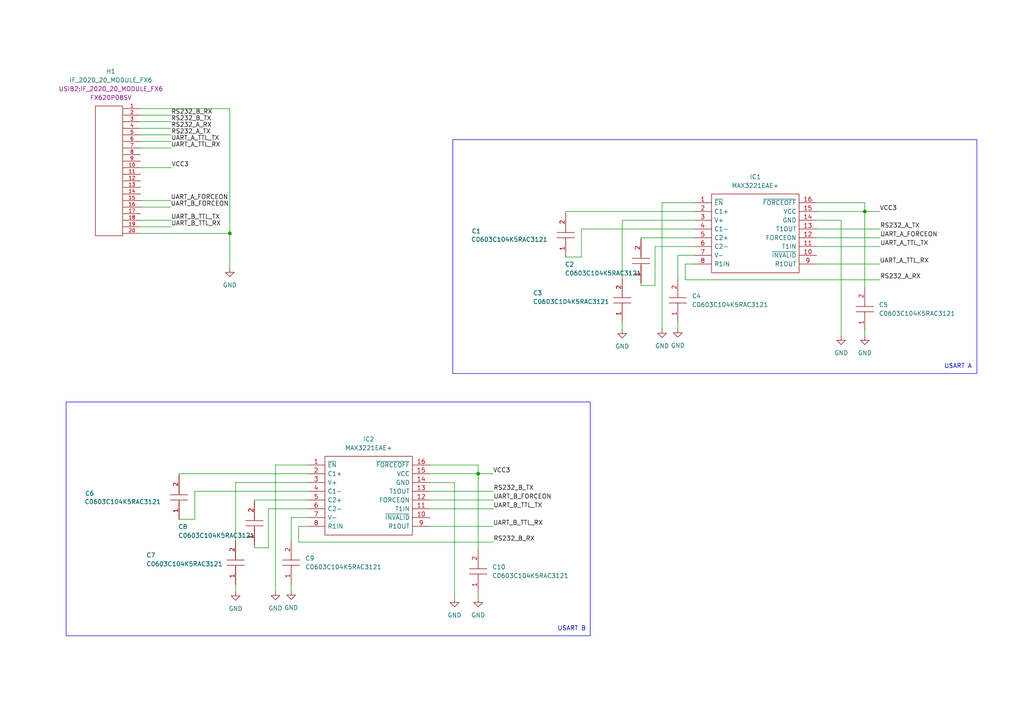
<source format=kicad_sch>
(kicad_sch (version 20230121) (generator eeschema)
  (paper "A4")
  (lib_symbols
    (symbol "SamacSys_Parts:C0603C104K5RAC3121" (pin_names (offset 0.762))
      (property "Reference" "C" (at 8.89 6.35 0))
      (property "Value" "C0603C104K5RAC3121" (at 8.89 3.81 0))
      (symbol "C0603C104K5RAC3121_0_0"
        (pin passive line (at 0 0 0) (length 5.08) (name "~") (number "1"))
        (pin passive line (at 12.7 0 180) (length 5.08) (name "~") (number "2"))
      )
      (symbol "C0603C104K5RAC3121_0_1"
        (polyline (pts (xy 5.08 0) (xy 5.588 0)) (stroke (width 0.1524)))
        (polyline (pts (xy 5.588 2.54) (xy 5.588 -2.54)) (stroke (width 0.1524)))
        (polyline (pts (xy 7.112 0) (xy 7.62 0)) (stroke (width 0.1524)))
        (polyline (pts (xy 7.112 2.54) (xy 7.112 -2.54)) (stroke (width 0.1524)))
      )
    )
    (symbol "SamacSys_Parts:MAX3221EAE+" (pin_names (offset 0.762))
      (property "Reference" "IC" (at 31.75 7.62 0))
      (property "Value" "MAX3221EAE+" (at 31.75 5.08 0))
      (symbol "MAX3221EAE+_0_0"
        (pin passive line (at 0 0 0) (length 5.08) (name "~{EN}") (number "1"))
        (pin passive line (at 35.56 -15.24 180) (length 5.08) (name "~{INVALID}") (number "10"))
        (pin passive line (at 35.56 -12.7 180) (length 5.08) (name "T1IN") (number "11"))
        (pin passive line (at 35.56 -10.16 180) (length 5.08) (name "FORCEON") (number "12"))
        (pin passive line (at 35.56 -7.62 180) (length 5.08) (name "T1OUT") (number "13"))
        (pin passive line (at 35.56 -5.08 180) (length 5.08) (name "GND") (number "14"))
        (pin passive line (at 35.56 -2.54 180) (length 5.08) (name "VCC") (number "15"))
        (pin passive line (at 35.56 0 180) (length 5.08) (name "~{FORCEOFF}") (number "16"))
        (pin passive line (at 0 -2.54 0) (length 5.08) (name "C1+") (number "2"))
        (pin passive line (at 0 -5.08 0) (length 5.08) (name "V+") (number "3"))
        (pin passive line (at 0 -7.62 0) (length 5.08) (name "C1-") (number "4"))
        (pin passive line (at 0 -10.16 0) (length 5.08) (name "C2+") (number "5"))
        (pin passive line (at 0 -12.7 0) (length 5.08) (name "C2-") (number "6"))
        (pin passive line (at 0 -15.24 0) (length 5.08) (name "V-") (number "7"))
        (pin passive line (at 0 -17.78 0) (length 5.08) (name "R1IN") (number "8"))
        (pin passive line (at 35.56 -17.78 180) (length 5.08) (name "R1OUT") (number "9"))
      )
      (symbol "MAX3221EAE+_0_1"
        (polyline (pts (xy 5.08 2.54) (xy 30.48 2.54) (xy 30.48 -20.32) (xy 5.08 -20.32) (xy 5.08 2.54)) (stroke (width 0.1524)))
      )
    )
    (symbol "USIB2:IF_2020_20_MODULE_FX6"
      (property "Reference" "H" (at -20.5232 -7.2644 0))
      (property "Value" "IF_2020_20_MODULE_FX6" (at -9.144 -9.8552 0))
      (property "Footprint" "USIB2:IF_2020_20_MODULE_FX6" (at -6.096 -15.113 0))
      (property "Connector" "FX620P08SV" (at -15.113 -17.272 0))
      (symbol "IF_2020_20_MODULE_FX6_0_1"
        (rectangle (start -18.796 0) (end 18.8468 -7.9248))
      )
      (symbol "IF_2020_20_MODULE_FX6_1_1"
        (pin passive line (at -18.034 5.1816 270) (length 5) (name "") (number "1"))
        (pin passive line (at -0.889 5.1816 270) (length 5) (name "") (number "10"))
        (pin passive line (at 1.016 5.1816 270) (length 5) (name "") (number "11"))
        (pin passive line (at 2.921 5.1816 270) (length 5) (name "") (number "12"))
        (pin passive line (at 4.826 5.1816 270) (length 5) (name "") (number "13"))
        (pin passive line (at 6.731 5.1816 270) (length 5) (name "") (number "14"))
        (pin passive line (at 8.636 5.1816 270) (length 5) (name "") (number "15"))
        (pin passive line (at 10.541 5.1816 270) (length 5) (name "") (number "16"))
        (pin passive line (at 12.446 5.1816 270) (length 5) (name "") (number "17"))
        (pin passive line (at 14.351 5.1816 270) (length 5) (name "") (number "18"))
        (pin passive line (at 16.256 5.1816 270) (length 5) (name "") (number "19"))
        (pin passive line (at -16.129 5.1816 270) (length 5) (name "") (number "2"))
        (pin passive line (at 18.161 5.1816 270) (length 5) (name "") (number "20"))
        (pin passive line (at -14.224 5.1816 270) (length 5) (name "") (number "3"))
        (pin passive line (at -12.319 5.1816 270) (length 5) (name "") (number "4"))
        (pin passive line (at -10.414 5.1816 270) (length 5) (name "") (number "5"))
        (pin passive line (at -8.509 5.1816 270) (length 5) (name "") (number "6"))
        (pin passive line (at -6.604 5.1816 270) (length 5) (name "") (number "7"))
        (pin passive line (at -4.699 5.1816 270) (length 5) (name "") (number "8"))
        (pin passive line (at -2.794 5.1816 270) (length 5) (name "") (number "9"))
      )
    )
    (symbol "power:GND" (power) (pin_names (offset 0))
      (property "Value" "GND" (at 0 -3.81 0))
      (symbol "GND_0_1"
        (polyline (pts (xy 0 0) (xy 0 -1.27) (xy 1.27 -1.27) (xy 0 -2.54) (xy -1.27 -1.27) (xy 0 -1.27)))
      )
      (symbol "GND_1_1"
        (pin power_in line (at 0 0 270) (length 0) hide (name "GND") (number "1"))
      )
    )
  )
  (junction (at 138.684 137.414))
  (junction (at 250.825 61.341))
  (junction (at 66.6496 67.691))
  (wire (pts (xy 138.684 134.874) (xy 138.684 137.414)))
  (wire (pts (xy 131.826 139.954) (xy 131.826 173.482)))
  (wire (pts (xy 51.943 150.622) (xy 56.515 150.622)))
  (wire (pts (xy 40.767 41.021) (xy 49.6316 41.021)))
  (wire (pts (xy 124.714 145.034) (xy 143.129 145.034)))
  (wire (pts (xy 68.326 139.954) (xy 89.154 139.954)))
  (wire (pts (xy 40.767 60.071) (xy 49.53 60.071)))
  (wire (pts (xy 124.714 139.954) (xy 131.826 139.954)))
  (wire (pts (xy 168.656 74.549) (xy 168.656 66.421)))
  (wire (pts (xy 201.295 68.961) (xy 185.928 68.961)))
  (wire (pts (xy 79.883 134.874) (xy 79.883 171.45)))
  (wire (pts (xy 138.684 137.414) (xy 143.002 137.414)))
  (wire (pts (xy 124.714 137.414) (xy 138.684 137.414)))
  (wire (pts (xy 40.767 58.166) (xy 49.53 58.166)))
  (wire (pts (xy 89.154 152.654) (xy 86.614 152.654)))
  (wire (pts (xy 40.767 35.306) (xy 49.6316 35.306)))
  (wire (pts (xy 40.767 37.211) (xy 49.6316 37.211)))
  (wire (pts (xy 84.455 150.114) (xy 84.455 156.845)))
  (wire (pts (xy 250.825 58.801) (xy 250.825 61.341)))
  (wire (pts (xy 168.656 66.421) (xy 201.295 66.421)))
  (wire (pts (xy 236.855 61.341) (xy 250.825 61.341)))
  (wire (pts (xy 164.084 61.341) (xy 164.084 61.849)))
  (wire (pts (xy 56.515 142.494) (xy 89.154 142.494)))
  (wire (pts (xy 180.467 63.881) (xy 201.295 63.881)))
  (wire (pts (xy 236.855 68.961) (xy 255.27 68.961)))
  (wire (pts (xy 73.787 145.034) (xy 73.787 145.415)))
  (wire (pts (xy 84.455 169.545) (xy 84.455 171.323)))
  (wire (pts (xy 201.295 71.501) (xy 189.992 71.501)))
  (wire (pts (xy 89.154 145.034) (xy 73.787 145.034)))
  (wire (pts (xy 89.154 134.874) (xy 79.883 134.874)))
  (wire (pts (xy 40.767 33.401) (xy 49.6316 33.401)))
  (wire (pts (xy 40.767 39.116) (xy 49.6316 39.116)))
  (wire (pts (xy 40.767 63.881) (xy 49.6316 63.881)))
  (wire (pts (xy 40.767 67.691) (xy 66.6496 67.691)))
  (wire (pts (xy 66.6496 31.496) (xy 66.6496 67.691)))
  (wire (pts (xy 138.684 172.085) (xy 138.684 173.482)))
  (wire (pts (xy 124.714 134.874) (xy 138.684 134.874)))
  (wire (pts (xy 124.714 147.574) (xy 143.129 147.574)))
  (wire (pts (xy 201.295 58.801) (xy 192.024 58.801)))
  (wire (pts (xy 164.084 74.549) (xy 168.656 74.549)))
  (wire (pts (xy 192.024 58.801) (xy 192.024 95.377)))
  (wire (pts (xy 86.614 157.226) (xy 143.129 157.226)))
  (wire (pts (xy 201.295 76.581) (xy 198.755 76.581)))
  (wire (pts (xy 40.767 65.786) (xy 49.6316 65.786)))
  (wire (pts (xy 73.787 158.877) (xy 73.787 158.115)))
  (wire (pts (xy 180.467 93.472) (xy 180.467 95.504)))
  (wire (pts (xy 77.851 158.877) (xy 73.787 158.877)))
  (wire (pts (xy 250.825 58.801) (xy 236.855 58.801)))
  (wire (pts (xy 164.084 61.341) (xy 201.295 61.341)))
  (wire (pts (xy 196.596 74.041) (xy 196.596 80.772)))
  (wire (pts (xy 196.596 93.472) (xy 196.596 95.25)))
  (wire (pts (xy 56.515 150.622) (xy 56.515 142.494)))
  (wire (pts (xy 185.928 82.804) (xy 185.928 82.042)))
  (wire (pts (xy 68.326 169.545) (xy 68.326 171.577)))
  (wire (pts (xy 66.7766 67.691) (xy 66.6496 67.691)))
  (wire (pts (xy 236.855 63.881) (xy 243.967 63.881)))
  (wire (pts (xy 250.825 61.341) (xy 250.825 83.312)))
  (wire (pts (xy 198.755 76.581) (xy 198.755 81.153)))
  (wire (pts (xy 51.943 137.414) (xy 51.943 137.922)))
  (wire (pts (xy 77.851 147.574) (xy 77.851 158.877)))
  (wire (pts (xy 89.154 150.114) (xy 84.455 150.114)))
  (wire (pts (xy 185.928 68.961) (xy 185.928 69.342)))
  (wire (pts (xy 236.855 66.421) (xy 255.27 66.421)))
  (wire (pts (xy 189.992 82.804) (xy 185.928 82.804)))
  (wire (pts (xy 198.755 81.153) (xy 255.27 81.153)))
  (wire (pts (xy 189.992 71.501) (xy 189.992 82.804)))
  (wire (pts (xy 40.767 31.496) (xy 66.6496 31.496)))
  (wire (pts (xy 68.326 139.954) (xy 68.326 156.845)))
  (wire (pts (xy 40.767 48.641) (xy 49.7586 48.641)))
  (wire (pts (xy 89.154 147.574) (xy 77.851 147.574)))
  (wire (pts (xy 236.855 76.581) (xy 255.143 76.581)))
  (wire (pts (xy 250.825 96.012) (xy 250.825 97.409)))
  (wire (pts (xy 250.825 61.341) (xy 255.143 61.341)))
  (wire (pts (xy 40.767 42.926) (xy 49.6316 42.926)))
  (wire (pts (xy 138.684 137.414) (xy 138.684 159.385)))
  (wire (pts (xy 66.6496 67.691) (xy 66.6496 77.724)))
  (wire (pts (xy 180.467 63.881) (xy 180.467 80.772)))
  (wire (pts (xy 201.295 74.041) (xy 196.596 74.041)))
  (wire (pts (xy 236.855 71.501) (xy 255.27 71.501)))
  (wire (pts (xy 124.714 142.494) (xy 143.129 142.494)))
  (wire (pts (xy 51.943 137.414) (xy 89.154 137.414)))
  (wire (pts (xy 124.714 152.654) (xy 143.002 152.654)))
  (wire (pts (xy 243.967 63.881) (xy 243.967 97.409)))
  (wire (pts (xy 86.614 152.654) (xy 86.614 157.226)))
  (rectangle (start 19.177 116.586) (end 171.196 184.404))
  (rectangle (start 131.318 40.513) (end 283.337 108.331))
  (text "USART A" (at 273.812 107.061 0) (effects (font (size 1.27 1.27)) (justify left bottom)))
  (text "USART B" (at 161.671 183.134 0) (effects (font (size 1.27 1.27)) (justify left bottom)))
  (label "UART_B_TTL_RX" (at 143.002 152.654 0))
  (label "UART_B_TTL_RX" (at 49.6316 65.786 0))
  (label "UART_B_TTL_TX" (at 49.6316 63.881 0))
  (label "UART_A_FORCEON" (at 49.53 58.166 0))
  (label "RS232_A_RX" (at 49.6316 37.211 0))
  (label "UART_B_FORCEON" (at 143.129 145.034 0))
  (label "UART_A_TTL_RX" (at 255.143 76.581 0))
  (label "UART_B_FORCEON" (at 49.53 60.071 0))
  (label "UART_A_TTL_TX" (at 49.6316 41.021 0))
  (label "RS232_A_TX" (at 255.27 66.421 0))
  (label "RS232_A_TX" (at 49.6316 39.116 0))
  (label "RS232_B_TX" (at 49.6316 35.306 0))
  (label "RS232_B_TX" (at 143.129 142.494 0))
  (label "RS232_A_RX" (at 255.27 81.153 0))
  (label "RS232_B_RX" (at 143.129 157.226 0))
  (label "UART_A_TTL_TX" (at 255.27 71.501 0))
  (label "VCC3" (at 143.002 137.414 0))
  (label "UART_A_FORCEON" (at 255.27 68.961 0))
  (label "RS232_B_RX" (at 49.6316 33.401 0))
  (label "VCC3" (at 255.143 61.341 0))
  (label "VCC3" (at 49.7586 48.641 0))
  (label "UART_B_TTL_TX" (at 143.129 147.574 0))
  (label "UART_A_TTL_RX" (at 49.6316 42.926 0))
  (symbol (lib_id "SamacSys_Parts:C0603C104K5RAC3121") (at 164.084 74.549 90) (unit 1)
    (property "Reference" "C1" (at 136.779 67.056 90) (effects (justify right)))
    (property "Value" "C0603C104K5RAC3121" (at 136.652 69.469 90) (effects (justify right)))
    (property "Footprint" "CAPC1608X95N" (effects hide))
    (property "Datasheet" "https://mouser.componentsearchengine.com/Datasheets/1/C0603C104K5RAC3121.pdf" (effects hide))
    (property "Description" "Multilayer Ceramic Capacitors MLCC - SMD/SMT 50V .1uF X7R 0603 10% AEC-Q200" (effects hide))
    (property "Height" "0.95" (effects hide))
    (property "Manufacturer_Name" "KEMET" (effects hide))
    (property "Manufacturer_Part_Number" "C0603C104K5RAC3121" (effects hide))
    (property "Mouser Part Number" "80-C603C104K5RAC3121" (effects hide))
    (property "Mouser Price/Stock" "https://www.mouser.co.uk/ProductDetail/KEMET/C0603C104K5RAC3121?qs=oBCMsStVSxe1EkGyoyETtg%3D%3D" (effects hide))
    (property "Arrow Part Number" "C0603C104K5RAC3121" (effects hide))
    (property "Arrow Price/Stock" "https://www.arrow.com/en/products/c0603c104k5rac3121/kemet-corporation?region=nac" (effects hide))
  )
  (symbol (lib_id "SamacSys_Parts:C0603C104K5RAC3121") (at 73.787 158.115 90) (unit 1)
    (property "Reference" "C8" (at 51.689 152.781 90) (effects (justify right)))
    (property "Value" "C0603C104K5RAC3121" (at 51.689 155.321 90) (effects (justify right)))
    (property "Footprint" "CAPC1608X95N" (effects hide))
    (property "Datasheet" "https://mouser.componentsearchengine.com/Datasheets/1/C0603C104K5RAC3121.pdf" (effects hide))
    (property "Description" "Multilayer Ceramic Capacitors MLCC - SMD/SMT 50V .1uF X7R 0603 10% AEC-Q200" (effects hide))
    (property "Height" "0.95" (effects hide))
    (property "Manufacturer_Name" "KEMET" (effects hide))
    (property "Manufacturer_Part_Number" "C0603C104K5RAC3121" (effects hide))
    (property "Mouser Part Number" "80-C603C104K5RAC3121" (effects hide))
    (property "Mouser Price/Stock" "https://www.mouser.co.uk/ProductDetail/KEMET/C0603C104K5RAC3121?qs=oBCMsStVSxe1EkGyoyETtg%3D%3D" (effects hide))
    (property "Arrow Part Number" "C0603C104K5RAC3121" (effects hide))
    (property "Arrow Price/Stock" "https://www.arrow.com/en/products/c0603c104k5rac3121/kemet-corporation?region=nac" (effects hide))
  )
  (symbol (lib_id "power:GND") (at 250.825 97.409 0) (unit 1)
    (property "Reference" "#PWR05" (effects hide))
    (property "Value" "GND" (at 250.825 102.362 0))
  )
  (symbol (lib_id "SamacSys_Parts:C0603C104K5RAC3121") (at 180.467 93.472 90) (unit 1)
    (property "Reference" "C3" (at 154.559 84.963 90) (effects (justify right)))
    (property "Value" "C0603C104K5RAC3121" (at 154.559 87.503 90) (effects (justify right)))
    (property "Footprint" "CAPC1608X95N" (effects hide))
    (property "Datasheet" "https://mouser.componentsearchengine.com/Datasheets/1/C0603C104K5RAC3121.pdf" (effects hide))
    (property "Description" "Multilayer Ceramic Capacitors MLCC - SMD/SMT 50V .1uF X7R 0603 10% AEC-Q200" (effects hide))
    (property "Height" "0.95" (effects hide))
    (property "Manufacturer_Name" "KEMET" (effects hide))
    (property "Manufacturer_Part_Number" "C0603C104K5RAC3121" (effects hide))
    (property "Mouser Part Number" "80-C603C104K5RAC3121" (effects hide))
    (property "Mouser Price/Stock" "https://www.mouser.co.uk/ProductDetail/KEMET/C0603C104K5RAC3121?qs=oBCMsStVSxe1EkGyoyETtg%3D%3D" (effects hide))
    (property "Arrow Part Number" "C0603C104K5RAC3121" (effects hide))
    (property "Arrow Price/Stock" "https://www.arrow.com/en/products/c0603c104k5rac3121/kemet-corporation?region=nac" (effects hide))
  )
  (symbol (lib_id "SamacSys_Parts:C0603C104K5RAC3121") (at 138.684 172.085 90) (unit 1)
    (property "Reference" "C10" (at 142.748 164.465 90) (effects (justify right)))
    (property "Value" "C0603C104K5RAC3121" (at 142.748 167.005 90) (effects (justify right)))
    (property "Footprint" "CAPC1608X95N" (effects hide))
    (property "Datasheet" "https://mouser.componentsearchengine.com/Datasheets/1/C0603C104K5RAC3121.pdf" (effects hide))
    (property "Description" "Multilayer Ceramic Capacitors MLCC - SMD/SMT 50V .1uF X7R 0603 10% AEC-Q200" (effects hide))
    (property "Height" "0.95" (effects hide))
    (property "Manufacturer_Name" "KEMET" (effects hide))
    (property "Manufacturer_Part_Number" "C0603C104K5RAC3121" (effects hide))
    (property "Mouser Part Number" "80-C603C104K5RAC3121" (effects hide))
    (property "Mouser Price/Stock" "https://www.mouser.co.uk/ProductDetail/KEMET/C0603C104K5RAC3121?qs=oBCMsStVSxe1EkGyoyETtg%3D%3D" (effects hide))
    (property "Arrow Part Number" "C0603C104K5RAC3121" (effects hide))
    (property "Arrow Price/Stock" "https://www.arrow.com/en/products/c0603c104k5rac3121/kemet-corporation?region=nac" (effects hide))
  )
  (symbol (lib_id "SamacSys_Parts:MAX3221EAE+") (at 89.154 134.874 0) (unit 1)
    (property "Reference" "IC2" (at 106.934 127.381 0))
    (property "Value" "MAX3221EAE+" (at 106.934 129.921 0))
    (property "Footprint" "SOP65P778X199-16N" (effects hide))
    (property "Datasheet" "http://datasheets.maximintegrated.com/en/ds/MAX3221-MAX3243.pdf" (effects hide))
    (property "Description" "MAX3221EAE+, Line Transceiver 1 1 1 235 kbit/s, 3  5.5 V, 16-Pin SSOP" (effects hide))
    (property "Height" "1.99" (effects hide))
    (property "Manufacturer_Name" "Analog Devices" (effects hide))
    (property "Manufacturer_Part_Number" "MAX3221EAE+" (effects hide))
    (property "Mouser Part Number" "700-MAX3221EAE" (effects hide))
    (property "Mouser Price/Stock" "https://www.mouser.co.uk/ProductDetail/Analog-Devices-Maxim-Integrated/MAX3221EAE%2b?qs=1THa7WoU59EPTKLIY53fFA%3D%3D" (effects hide))
    (property "Arrow Part Number" "MAX3221EAE+" (effects hide))
    (property "Arrow Price/Stock" "https://www.arrow.com/en/products/max3221eae/maxim-integrated?region=nac" (effects hide))
  )
  (symbol (lib_id "power:GND") (at 180.467 95.504 0) (unit 1)
    (property "Reference" "#PWR03" (effects hide))
    (property "Value" "GND" (at 180.467 100.457 0))
  )
  (symbol (lib_id "SamacSys_Parts:C0603C104K5RAC3121") (at 196.596 93.472 90) (unit 1)
    (property "Reference" "C4" (at 200.66 85.852 90) (effects (justify right)))
    (property "Value" "C0603C104K5RAC3121" (at 200.66 88.392 90) (effects (justify right)))
    (property "Footprint" "CAPC1608X95N" (effects hide))
    (property "Datasheet" "https://mouser.componentsearchengine.com/Datasheets/1/C0603C104K5RAC3121.pdf" (effects hide))
    (property "Description" "Multilayer Ceramic Capacitors MLCC - SMD/SMT 50V .1uF X7R 0603 10% AEC-Q200" (effects hide))
    (property "Height" "0.95" (effects hide))
    (property "Manufacturer_Name" "KEMET" (effects hide))
    (property "Manufacturer_Part_Number" "C0603C104K5RAC3121" (effects hide))
    (property "Mouser Part Number" "80-C603C104K5RAC3121" (effects hide))
    (property "Mouser Price/Stock" "https://www.mouser.co.uk/ProductDetail/KEMET/C0603C104K5RAC3121?qs=oBCMsStVSxe1EkGyoyETtg%3D%3D" (effects hide))
    (property "Arrow Part Number" "C0603C104K5RAC3121" (effects hide))
    (property "Arrow Price/Stock" "https://www.arrow.com/en/products/c0603c104k5rac3121/kemet-corporation?region=nac" (effects hide))
  )
  (symbol (lib_id "SamacSys_Parts:C0603C104K5RAC3121") (at 68.326 169.545 90) (unit 1)
    (property "Reference" "C7" (at 42.418 161.036 90) (effects (justify right)))
    (property "Value" "C0603C104K5RAC3121" (at 42.418 163.576 90) (effects (justify right)))
    (property "Footprint" "CAPC1608X95N" (effects hide))
    (property "Datasheet" "https://mouser.componentsearchengine.com/Datasheets/1/C0603C104K5RAC3121.pdf" (effects hide))
    (property "Description" "Multilayer Ceramic Capacitors MLCC - SMD/SMT 50V .1uF X7R 0603 10% AEC-Q200" (effects hide))
    (property "Height" "0.95" (effects hide))
    (property "Manufacturer_Name" "KEMET" (effects hide))
    (property "Manufacturer_Part_Number" "C0603C104K5RAC3121" (effects hide))
    (property "Mouser Part Number" "80-C603C104K5RAC3121" (effects hide))
    (property "Mouser Price/Stock" "https://www.mouser.co.uk/ProductDetail/KEMET/C0603C104K5RAC3121?qs=oBCMsStVSxe1EkGyoyETtg%3D%3D" (effects hide))
    (property "Arrow Part Number" "C0603C104K5RAC3121" (effects hide))
    (property "Arrow Price/Stock" "https://www.arrow.com/en/products/c0603c104k5rac3121/kemet-corporation?region=nac" (effects hide))
  )
  (symbol (lib_id "SamacSys_Parts:C0603C104K5RAC3121") (at 51.943 150.622 90) (unit 1)
    (property "Reference" "C6" (at 24.638 143.129 90) (effects (justify right)))
    (property "Value" "C0603C104K5RAC3121" (at 24.511 145.542 90) (effects (justify right)))
    (property "Footprint" "CAPC1608X95N" (effects hide))
    (property "Datasheet" "https://mouser.componentsearchengine.com/Datasheets/1/C0603C104K5RAC3121.pdf" (effects hide))
    (property "Description" "Multilayer Ceramic Capacitors MLCC - SMD/SMT 50V .1uF X7R 0603 10% AEC-Q200" (effects hide))
    (property "Height" "0.95" (effects hide))
    (property "Manufacturer_Name" "KEMET" (effects hide))
    (property "Manufacturer_Part_Number" "C0603C104K5RAC3121" (effects hide))
    (property "Mouser Part Number" "80-C603C104K5RAC3121" (effects hide))
    (property "Mouser Price/Stock" "https://www.mouser.co.uk/ProductDetail/KEMET/C0603C104K5RAC3121?qs=oBCMsStVSxe1EkGyoyETtg%3D%3D" (effects hide))
    (property "Arrow Part Number" "C0603C104K5RAC3121" (effects hide))
    (property "Arrow Price/Stock" "https://www.arrow.com/en/products/c0603c104k5rac3121/kemet-corporation?region=nac" (effects hide))
  )
  (symbol (lib_id "SamacSys_Parts:C0603C104K5RAC3121") (at 185.928 82.042 90) (unit 1)
    (property "Reference" "C2" (at 163.83 76.708 90) (effects (justify right)))
    (property "Value" "C0603C104K5RAC3121" (at 163.83 79.248 90) (effects (justify right)))
    (property "Footprint" "CAPC1608X95N" (effects hide))
    (property "Datasheet" "https://mouser.componentsearchengine.com/Datasheets/1/C0603C104K5RAC3121.pdf" (effects hide))
    (property "Description" "Multilayer Ceramic Capacitors MLCC - SMD/SMT 50V .1uF X7R 0603 10% AEC-Q200" (effects hide))
    (property "Height" "0.95" (effects hide))
    (property "Manufacturer_Name" "KEMET" (effects hide))
    (property "Manufacturer_Part_Number" "C0603C104K5RAC3121" (effects hide))
    (property "Mouser Part Number" "80-C603C104K5RAC3121" (effects hide))
    (property "Mouser Price/Stock" "https://www.mouser.co.uk/ProductDetail/KEMET/C0603C104K5RAC3121?qs=oBCMsStVSxe1EkGyoyETtg%3D%3D" (effects hide))
    (property "Arrow Part Number" "C0603C104K5RAC3121" (effects hide))
    (property "Arrow Price/Stock" "https://www.arrow.com/en/products/c0603c104k5rac3121/kemet-corporation?region=nac" (effects hide))
  )
  (symbol (lib_id "power:GND") (at 84.455 171.323 0) (unit 1)
    (property "Reference" "#PWR09" (effects hide))
    (property "Value" "GND" (at 84.455 176.276 0))
  )
  (symbol (lib_id "power:GND") (at 138.684 173.482 0) (unit 1)
    (property "Reference" "#PWR011" (effects hide))
    (property "Value" "GND" (at 138.684 178.435 0))
  )
  (symbol (lib_id "USIB2:IF_2020_20_MODULE_FX6") (at 35.5854 49.53 270) (unit 1)
    (property "Reference" "H1" (at 32.1564 20.701 90))
    (property "Value" "IF_2020_20_MODULE_FX6" (at 32.1564 23.241 90))
    (property "Footprint" "USIB2:IF_2020_20_MODULE_FX6" (at 32.1564 25.781 90))
    (property "Datasheet" "https://eu.mouser.com/datasheet/2/185/FX6_Catalog_D49674_en-2585892.pdf" (effects hide))
    (property "Connector" "FX620P08SV" (at 32.1564 28.321 90))
  )
  (symbol (lib_id "SamacSys_Parts:MAX3221EAE+") (at 201.295 58.801 0) (unit 1)
    (property "Reference" "IC1" (at 219.075 51.308 0))
    (property "Value" "MAX3221EAE+" (at 219.075 53.848 0))
    (property "Footprint" "SOP65P778X199-16N" (effects hide))
    (property "Datasheet" "http://datasheets.maximintegrated.com/en/ds/MAX3221-MAX3243.pdf" (effects hide))
    (property "Description" "MAX3221EAE+, Line Transceiver 1 1 1 235 kbit/s, 3  5.5 V, 16-Pin SSOP" (effects hide))
    (property "Height" "1.99" (effects hide))
    (property "Manufacturer_Name" "Analog Devices" (effects hide))
    (property "Manufacturer_Part_Number" "MAX3221EAE+" (effects hide))
    (property "Mouser Part Number" "700-MAX3221EAE" (effects hide))
    (property "Mouser Price/Stock" "https://www.mouser.co.uk/ProductDetail/Analog-Devices-Maxim-Integrated/MAX3221EAE%2b?qs=1THa7WoU59EPTKLIY53fFA%3D%3D" (effects hide))
    (property "Arrow Part Number" "MAX3221EAE+" (effects hide))
    (property "Arrow Price/Stock" "https://www.arrow.com/en/products/max3221eae/maxim-integrated?region=nac" (effects hide))
  )
  (symbol (lib_id "power:GND") (at 192.024 95.377 0) (unit 1)
    (property "Reference" "#PWR06" (effects hide))
    (property "Value" "GND" (at 192.024 100.33 0))
  )
  (symbol (lib_id "power:GND") (at 131.826 173.482 0) (unit 1)
    (property "Reference" "#PWR010" (effects hide))
    (property "Value" "GND" (at 131.826 178.435 0))
  )
  (symbol (lib_id "power:GND") (at 243.967 97.409 0) (unit 1)
    (property "Reference" "#PWR04" (effects hide))
    (property "Value" "GND" (at 243.967 102.362 0))
  )
  (symbol (lib_id "power:GND") (at 68.326 171.577 0) (unit 1)
    (property "Reference" "#PWR07" (effects hide))
    (property "Value" "GND" (at 68.326 176.53 0))
  )
  (symbol (lib_id "power:GND") (at 79.883 171.45 0) (unit 1)
    (property "Reference" "#PWR08" (effects hide))
    (property "Value" "GND" (at 79.883 176.403 0))
  )
  (symbol (lib_id "power:GND") (at 66.6496 77.724 0) (unit 1)
    (property "Reference" "#PWR01" (effects hide))
    (property "Value" "GND" (at 66.6496 82.677 0))
  )
  (symbol (lib_id "SamacSys_Parts:C0603C104K5RAC3121") (at 250.825 96.012 90) (unit 1)
    (property "Reference" "C5" (at 254.889 88.392 90) (effects (justify right)))
    (property "Value" "C0603C104K5RAC3121" (at 254.889 90.932 90) (effects (justify right)))
    (property "Footprint" "CAPC1608X95N" (effects hide))
    (property "Datasheet" "https://mouser.componentsearchengine.com/Datasheets/1/C0603C104K5RAC3121.pdf" (effects hide))
    (property "Description" "Multilayer Ceramic Capacitors MLCC - SMD/SMT 50V .1uF X7R 0603 10% AEC-Q200" (effects hide))
    (property "Height" "0.95" (effects hide))
    (property "Manufacturer_Name" "KEMET" (effects hide))
    (property "Manufacturer_Part_Number" "C0603C104K5RAC3121" (effects hide))
    (property "Mouser Part Number" "80-C603C104K5RAC3121" (effects hide))
    (property "Mouser Price/Stock" "https://www.mouser.co.uk/ProductDetail/KEMET/C0603C104K5RAC3121?qs=oBCMsStVSxe1EkGyoyETtg%3D%3D" (effects hide))
    (property "Arrow Part Number" "C0603C104K5RAC3121" (effects hide))
    (property "Arrow Price/Stock" "https://www.arrow.com/en/products/c0603c104k5rac3121/kemet-corporation?region=nac" (effects hide))
  )
  (symbol (lib_id "SamacSys_Parts:C0603C104K5RAC3121") (at 84.455 169.545 90) (unit 1)
    (property "Reference" "C9" (at 88.519 161.925 90) (effects (justify right)))
    (property "Value" "C0603C104K5RAC3121" (at 88.519 164.465 90) (effects (justify right)))
    (property "Footprint" "CAPC1608X95N" (effects hide))
    (property "Datasheet" "https://mouser.componentsearchengine.com/Datasheets/1/C0603C104K5RAC3121.pdf" (effects hide))
    (property "Description" "Multilayer Ceramic Capacitors MLCC - SMD/SMT 50V .1uF X7R 0603 10% AEC-Q200" (effects hide))
    (property "Height" "0.95" (effects hide))
    (property "Manufacturer_Name" "KEMET" (effects hide))
    (property "Manufacturer_Part_Number" "C0603C104K5RAC3121" (effects hide))
    (property "Mouser Part Number" "80-C603C104K5RAC3121" (effects hide))
    (property "Mouser Price/Stock" "https://www.mouser.co.uk/ProductDetail/KEMET/C0603C104K5RAC3121?qs=oBCMsStVSxe1EkGyoyETtg%3D%3D" (effects hide))
    (property "Arrow Part Number" "C0603C104K5RAC3121" (effects hide))
    (property "Arrow Price/Stock" "https://www.arrow.com/en/products/c0603c104k5rac3121/kemet-corporation?region=nac" (effects hide))
  )
  (symbol (lib_id "power:GND") (at 196.596 95.25 0) (unit 1)
    (property "Reference" "#PWR02" (effects hide))
    (property "Value" "GND" (at 196.596 100.203 0))
  )
)
</source>
